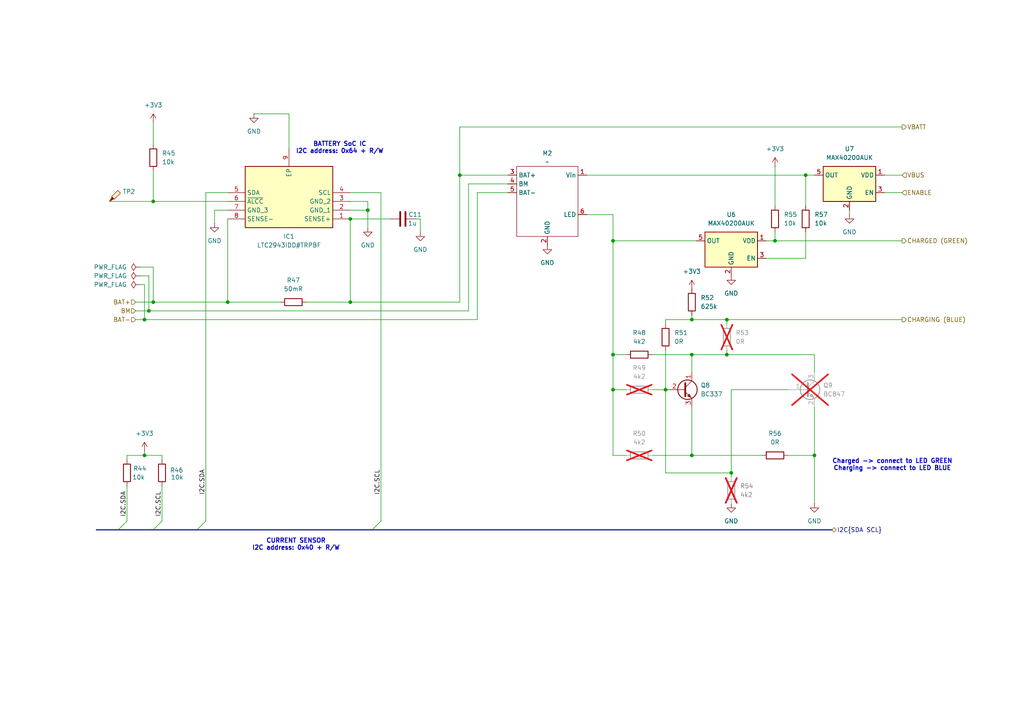
<source format=kicad_sch>
(kicad_sch (version 20250114) (generator "eeschema") (generator_version "9.99")
  (paper "A4")
  (title_block (title "Power Manager") (date "2024-12-15") (rev "1.0"))
  (lib_symbols
    (symbol "Analog_Switch:MAX40200AUK"
      (property "Reference" "U" (at -6.35 6.35 0))
      (property "Value" "MAX40200AUK" (at 7.62 6.35 0))
      (symbol "MAX40200AUK_1_1"
        (rectangle (start -7.62 -5.08) (end 7.62 5.08) (stroke (width 0.254)) (fill (type background)))
        (pin power_in line (at -10.16 2.54 0) (length 2.54) (name "VDD") (number "1"))
        (pin input line (at -10.16 -2.54 0) (length 2.54) (name "EN") (number "3"))
        (pin power_in line (at 0 -7.62 90) (length 2.54) (name "GND") (number "2"))
        (pin no_connect line (at 7.62 -2.54 180) (length 2.54) (hide yes) (name "NC") (number "4"))
        (pin passive line (at 10.16 2.54 180) (length 2.54) (name "OUT") (number "5"))
      )
    )
    (symbol "Connector:TestPoint_Probe" (pin_numbers (hide yes)) (pin_names (offset 0.762) (hide yes))
      (property "Reference" "TP" (at 1.651 5.842 0))
      (property "Value" "TestPoint_Probe" (at 1.651 4.064 0))
      (symbol "TestPoint_Probe_0_1"
        (polyline (pts (xy 1.27 0.762) (xy 0 0) (xy 0.762 1.27) (xy 1.27 0.762)) (fill (type outline)))
        (polyline (pts (xy 1.397 0.635) (xy 0.635 1.397) (xy 2.413 3.175) (xy 3.175 2.413) (xy 1.397 0.635)) (fill (type background)))
      )
      (symbol "TestPoint_Probe_1_1"
        (pin passive line (at 0 0 90) (length 0) (name "1") (number "1"))
      )
    )
    (symbol "Device:C" (pin_numbers (hide yes)) (pin_names (offset 0.254))
      (property "Reference" "C" (at 0.635 2.54 0))
      (property "Value" "C" (at 0.635 -2.54 0))
      (symbol "C_0_1"
        (polyline (pts (xy -2.032 0.762) (xy 2.032 0.762)) (stroke (width 0.508)))
        (polyline (pts (xy -2.032 -0.762) (xy 2.032 -0.762)) (stroke (width 0.508)))
      )
      (symbol "C_1_1"
        (pin passive line (at 0 3.81 270) (length 2.794) (name "~") (number "1"))
        (pin passive line (at 0 -3.81 90) (length 2.794) (name "~") (number "2"))
      )
    )
    (symbol "Device:R" (pin_numbers (hide yes)) (pin_names (offset 0))
      (property "Reference" "R" (at 2.032 0 90))
      (property "Value" "R" (at 0 0 90))
      (symbol "R_0_1"
        (rectangle (start -1.016 -2.54) (end 1.016 2.54) (stroke (width 0.254)))
      )
      (symbol "R_1_1"
        (pin passive line (at 0 3.81 270) (length 1.27) (name "~") (number "1"))
        (pin passive line (at 0 -3.81 90) (length 1.27) (name "~") (number "2"))
      )
    )
    (symbol "Transistor_BJT:BC337" (pin_names (offset 0) (hide yes))
      (property "Reference" "Q" (at 5.08 1.905 0))
      (property "Value" "BC337" (at 5.08 0 0))
      (symbol "BC337_0_1"
        (polyline (pts (xy 0 0) (xy 0.635 0)))
        (polyline (pts (xy 0.635 1.905) (xy 0.635 -1.905) (xy 0.635 -1.905)) (stroke (width 0.508)))
        (polyline (pts (xy 0.635 0.635) (xy 2.54 2.54)))
        (polyline (pts (xy 0.635 -0.635) (xy 2.54 -2.54) (xy 2.54 -2.54)))
        (circle (center 1.27 0) (radius 2.8194) (stroke (width 0.254)))
        (polyline (pts (xy 1.27 -1.778) (xy 1.778 -1.27) (xy 2.286 -2.286) (xy 1.27 -1.778) (xy 1.27 -1.778)) (fill (type outline)))
      )
      (symbol "BC337_1_1"
        (pin input line (at -5.08 0 0) (length 5.08) (name "B") (number "2"))
        (pin passive line (at 2.54 5.08 270) (length 2.54) (name "C") (number "1"))
        (pin passive line (at 2.54 -5.08 90) (length 2.54) (name "E") (number "3"))
      )
    )
    (symbol "Transistor_BJT:BC847" (pin_names (offset 0) (hide yes))
      (property "Reference" "Q" (at 5.08 1.905 0))
      (property "Value" "BC847" (at 5.08 0 0))
      (symbol "BC847_0_1"
        (polyline (pts (xy 0.635 1.905) (xy 0.635 -1.905) (xy 0.635 -1.905)) (stroke (width 0.508)))
        (polyline (pts (xy 0.635 0.635) (xy 2.54 2.54)))
        (polyline (pts (xy 0.635 -0.635) (xy 2.54 -2.54) (xy 2.54 -2.54)))
        (circle (center 1.27 0) (radius 2.8194) (stroke (width 0.254)))
        (polyline (pts (xy 1.27 -1.778) (xy 1.778 -1.27) (xy 2.286 -2.286) (xy 1.27 -1.778) (xy 1.27 -1.778)) (fill (type outline)))
      )
      (symbol "BC847_1_1"
        (pin input line (at -5.08 0 0) (length 5.715) (name "B") (number "1"))
        (pin passive line (at 2.54 5.08 270) (length 2.54) (name "C") (number "3"))
        (pin passive line (at 2.54 -5.08 90) (length 2.54) (name "E") (number "2"))
      )
    )
    (symbol "chinese_modules:USBC_charger"
      (property "Reference" "M" (at 0 0 0))
      (symbol "USBC_charger_0_1"
        (rectangle (start -8.89 10.16) (end 8.89 -10.16))
      )
      (symbol "USBC_charger_1_1"
        (pin power_in line (at -11.43 7.62 0) (length 2.54) (name "Vin") (number "1"))
        (pin output line (at -11.43 -3.81 0) (length 2.54) (name "LED") (number "6"))
        (pin power_in line (at 0 -12.7 90) (length 2.54) (name "GND") (number "2"))
        (pin power_in line (at 11.43 7.62 180) (length 2.54) (name "BAT+") (number "3"))
        (pin power_in line (at 11.43 5.08 180) (length 2.54) (name "BM") (number "4"))
        (pin power_in line (at 11.43 2.54 180) (length 2.54) (name "BAT-") (number "5"))
      )
    )
    (symbol "dodo-device:LTC2943IDD#TRPBF"
      (property "Reference" "IC" (at 13.97 13.97 0))
      (property "Value" "LTC2943IDD#TRPBF" (at 13.97 11.43 0))
      (symbol "LTC2943IDD#TRPBF_1_1"
        (rectangle (start -12.7 8.89) (end 12.7 -8.89) (stroke (width 0.254)) (fill (type background)))
        (pin passive line (at -17.78 6.35 0) (length 5.08) (name "SENSE+") (number "1"))
        (pin passive line (at -17.78 3.81 0) (length 5.08) (name "GND_1") (number "2"))
        (pin passive line (at -17.78 1.27 0) (length 5.08) (name "GND_2") (number "3"))
        (pin passive line (at -17.78 -1.27 0) (length 5.08) (name "SCL") (number "4"))
        (pin passive line (at 0 -13.97 90) (length 5.08) (name "EP") (number "9"))
        (pin passive line (at 17.78 6.35 180) (length 5.08) (name "SENSE-") (number "8"))
        (pin passive line (at 17.78 3.81 180) (length 5.08) (name "GND_3") (number "7"))
        (pin passive line (at 17.78 1.27 180) (length 5.08) (name "~{ALCC}") (number "6"))
        (pin passive line (at 17.78 -1.27 180) (length 5.08) (name "SDA") (number "5"))
      )
    )
    (symbol "power:+3V3" (power) (pin_numbers (hide yes)) (pin_names (offset 0) (hide yes))
      (property "Value" "+3V3" (at 0 3.556 0))
      (symbol "+3V3_0_1"
        (polyline (pts (xy -0.762 1.27) (xy 0 2.54)))
        (polyline (pts (xy 0 2.54) (xy 0.762 1.27)))
        (polyline (pts (xy 0 0) (xy 0 2.54)))
      )
      (symbol "+3V3_1_1"
        (pin power_in line (at 0 0 90) (length 0) (name "~") (number "1"))
      )
    )
    (symbol "power:GND" (power) (pin_numbers (hide yes)) (pin_names (offset 0) (hide yes))
      (property "Value" "GND" (at 0 -3.81 0))
      (symbol "GND_0_1"
        (polyline (pts (xy 0 0) (xy 0 -1.27) (xy 1.27 -1.27) (xy 0 -2.54) (xy -1.27 -1.27) (xy 0 -1.27)))
      )
      (symbol "GND_1_1"
        (pin power_in line (at 0 0 270) (length 0) (name "~") (number "1"))
      )
    )
    (symbol "power:PWR_FLAG" (power) (pin_numbers (hide yes)) (pin_names (offset 0) (hide yes))
      (property "Value" "PWR_FLAG" (at 0 3.81 0))
      (symbol "PWR_FLAG_0_0"
        (pin power_out line (at 0 0 90) (length 0) (name "~") (number "1"))
      )
      (symbol "PWR_FLAG_0_1"
        (polyline (pts (xy 0 0) (xy 0 1.27) (xy -1.016 1.905) (xy 0 2.54) (xy 1.016 1.905) (xy 0 1.27)))
      )
    )
  )
  (text "CURRENT SENSOR\nI2C address: 0x40 + R/W" (at 85.852 157.988 0) (effects (font (size 1.27 1.27) (thickness 0.254) (bold yes))))
  (text "BATTERY SoC IC\nI2C address: 0x64 + R/W" (at 98.552 42.926 0) (effects (font (size 1.27 1.27) (thickness 0.254) (bold yes))))
  (text "Charged -> connect to LED GREEN\nCharging -> connect to LED BLUE" (at 258.826 134.874 0) (effects (font (size 1.27 1.27) (thickness 0.254) (bold yes))))
  (junction (at 212.09 137.16))
  (junction (at 106.68 60.96))
  (junction (at 44.45 87.63))
  (junction (at 43.18 90.17))
  (junction (at 101.6 87.63))
  (junction (at 44.45 58.42))
  (junction (at 41.91 132.08))
  (junction (at 133.35 50.8))
  (junction (at 177.8 113.03))
  (junction (at 177.8 69.85))
  (junction (at 210.82 92.71))
  (junction (at 210.82 102.87))
  (junction (at 177.8 102.87))
  (junction (at 233.68 50.8))
  (junction (at 101.6 63.5))
  (junction (at 200.66 132.08))
  (junction (at 224.79 69.85))
  (junction (at 200.66 102.87))
  (junction (at 236.22 132.08))
  (junction (at 41.91 92.71))
  (junction (at 66.04 87.63))
  (junction (at 193.04 113.03))
  (junction (at 200.66 92.71))
  (bus_entry (at 46.99 151.13) (size -2.54 2.54))
  (bus_entry (at 107.95 153.67) (size 2.54 -2.54))
  (bus_entry (at 36.83 151.13) (size -2.54 2.54))
  (bus_entry (at 57.15 153.67) (size 2.54 -2.54))
  (wire (pts (xy 135.89 90.17) (xy 135.89 53.34)))
  (wire (pts (xy 101.6 58.42) (xy 106.68 58.42)))
  (wire (pts (xy 138.43 92.71) (xy 138.43 55.88)))
  (wire (pts (xy 39.37 90.17) (xy 43.18 90.17)))
  (wire (pts (xy 66.04 87.63) (xy 81.28 87.63)))
  (wire (pts (xy 222.25 69.85) (xy 224.79 69.85)))
  (wire (pts (xy 224.79 67.31) (xy 224.79 69.85)))
  (wire (pts (xy 110.49 55.88) (xy 110.49 151.13)))
  (wire (pts (xy 222.25 74.93) (xy 233.68 74.93)))
  (wire (pts (xy 177.8 62.23) (xy 177.8 69.85)))
  (wire (pts (xy 88.9 87.63) (xy 101.6 87.63)))
  (wire (pts (xy 233.68 74.93) (xy 233.68 67.31)))
  (wire (pts (xy 212.09 137.16) (xy 212.09 138.43)))
  (wire (pts (xy 181.61 113.03) (xy 177.8 113.03)))
  (wire (pts (xy 236.22 118.11) (xy 236.22 132.08)))
  (wire (pts (xy 106.68 60.96) (xy 106.68 66.04)))
  (wire (pts (xy 200.66 102.87) (xy 200.66 107.95)))
  (bus (pts (xy 27.94 153.67) (xy 34.29 153.67)))
  (wire (pts (xy 135.89 53.34) (xy 147.32 53.34)))
  (wire (pts (xy 41.91 132.08) (xy 46.99 132.08)))
  (bus (pts (xy 107.95 153.67) (xy 241.3 153.67)))
  (wire (pts (xy 83.82 33.02) (xy 83.82 43.18)))
  (wire (pts (xy 193.04 93.98) (xy 193.04 92.71)))
  (wire (pts (xy 200.66 102.87) (xy 210.82 102.87)))
  (wire (pts (xy 101.6 63.5) (xy 113.03 63.5)))
  (wire (pts (xy 44.45 49.53) (xy 44.45 58.42)))
  (wire (pts (xy 233.68 50.8) (xy 236.22 50.8)))
  (wire (pts (xy 36.83 133.35) (xy 36.83 132.08)))
  (wire (pts (xy 41.91 82.55) (xy 41.91 92.71)))
  (wire (pts (xy 177.8 102.87) (xy 181.61 102.87)))
  (wire (pts (xy 256.54 55.88) (xy 261.62 55.88)))
  (wire (pts (xy 66.04 55.88) (xy 59.69 55.88)))
  (wire (pts (xy 43.18 80.01) (xy 43.18 90.17)))
  (wire (pts (xy 200.66 91.44) (xy 200.66 92.71)))
  (wire (pts (xy 133.35 50.8) (xy 147.32 50.8)))
  (wire (pts (xy 46.99 132.08) (xy 46.99 133.35)))
  (wire (pts (xy 212.09 113.03) (xy 212.09 137.16)))
  (wire (pts (xy 177.8 69.85) (xy 201.93 69.85)))
  (wire (pts (xy 193.04 92.71) (xy 200.66 92.71)))
  (wire (pts (xy 193.04 113.03) (xy 193.04 137.16)))
  (wire (pts (xy 177.8 102.87) (xy 177.8 113.03)))
  (wire (pts (xy 170.18 50.8) (xy 233.68 50.8)))
  (wire (pts (xy 101.6 55.88) (xy 110.49 55.88)))
  (wire (pts (xy 39.37 87.63) (xy 44.45 87.63)))
  (wire (pts (xy 44.45 87.63) (xy 66.04 87.63)))
  (wire (pts (xy 101.6 60.96) (xy 106.68 60.96)))
  (wire (pts (xy 133.35 87.63) (xy 133.35 50.8)))
  (wire (pts (xy 43.18 90.17) (xy 135.89 90.17)))
  (wire (pts (xy 193.04 101.6) (xy 193.04 113.03)))
  (wire (pts (xy 233.68 59.69) (xy 233.68 50.8)))
  (wire (pts (xy 138.43 55.88) (xy 147.32 55.88)))
  (wire (pts (xy 36.83 140.97) (xy 36.83 151.13)))
  (wire (pts (xy 120.65 63.5) (xy 121.92 63.5)))
  (wire (pts (xy 66.04 60.96) (xy 62.23 60.96)))
  (wire (pts (xy 46.99 140.97) (xy 46.99 151.13)))
  (wire (pts (xy 40.64 77.47) (xy 44.45 77.47)))
  (wire (pts (xy 41.91 130.81) (xy 41.91 132.08)))
  (wire (pts (xy 189.23 102.87) (xy 200.66 102.87)))
  (wire (pts (xy 36.83 132.08) (xy 41.91 132.08)))
  (wire (pts (xy 101.6 63.5) (xy 101.6 87.63)))
  (wire (pts (xy 39.37 92.71) (xy 41.91 92.71)))
  (wire (pts (xy 59.69 55.88) (xy 59.69 151.13)))
  (wire (pts (xy 224.79 69.85) (xy 261.62 69.85)))
  (bus (pts (xy 57.15 153.67) (xy 107.95 153.67)))
  (wire (pts (xy 177.8 132.08) (xy 177.8 113.03)))
  (wire (pts (xy 40.64 82.55) (xy 41.91 82.55)))
  (wire (pts (xy 189.23 132.08) (xy 200.66 132.08)))
  (wire (pts (xy 44.45 58.42) (xy 66.04 58.42)))
  (wire (pts (xy 66.04 63.5) (xy 66.04 87.63)))
  (wire (pts (xy 44.45 77.47) (xy 44.45 87.63)))
  (wire (pts (xy 181.61 132.08) (xy 177.8 132.08)))
  (wire (pts (xy 73.66 33.02) (xy 83.82 33.02)))
  (wire (pts (xy 212.09 113.03) (xy 228.6 113.03)))
  (wire (pts (xy 236.22 102.87) (xy 236.22 107.95)))
  (bus (pts (xy 44.45 153.67) (xy 57.15 153.67)))
  (wire (pts (xy 236.22 132.08) (xy 236.22 146.05)))
  (wire (pts (xy 210.82 101.6) (xy 210.82 102.87)))
  (wire (pts (xy 224.79 48.26) (xy 224.79 59.69)))
  (wire (pts (xy 210.82 92.71) (xy 200.66 92.71)))
  (wire (pts (xy 40.64 80.01) (xy 43.18 80.01)))
  (wire (pts (xy 200.66 118.11) (xy 200.66 132.08)))
  (wire (pts (xy 189.23 113.03) (xy 193.04 113.03)))
  (wire (pts (xy 133.35 36.83) (xy 133.35 50.8)))
  (wire (pts (xy 133.35 36.83) (xy 261.62 36.83)))
  (wire (pts (xy 200.66 132.08) (xy 220.98 132.08)))
  (wire (pts (xy 256.54 50.8) (xy 261.62 50.8)))
  (wire (pts (xy 228.6 132.08) (xy 236.22 132.08)))
  (wire (pts (xy 210.82 102.87) (xy 236.22 102.87)))
  (wire (pts (xy 41.91 92.71) (xy 138.43 92.71)))
  (wire (pts (xy 193.04 137.16) (xy 212.09 137.16)))
  (wire (pts (xy 31.75 58.42) (xy 44.45 58.42)))
  (wire (pts (xy 62.23 60.96) (xy 62.23 64.77)))
  (wire (pts (xy 246.38 60.96) (xy 246.38 62.23)))
  (wire (pts (xy 177.8 69.85) (xy 177.8 102.87)))
  (wire (pts (xy 44.45 41.91) (xy 44.45 35.56)))
  (wire (pts (xy 210.82 93.98) (xy 210.82 92.71)))
  (wire (pts (xy 101.6 87.63) (xy 133.35 87.63)))
  (wire (pts (xy 177.8 62.23) (xy 170.18 62.23)))
  (wire (pts (xy 210.82 92.71) (xy 261.62 92.71)))
  (wire (pts (xy 106.68 58.42) (xy 106.68 60.96)))
  (bus (pts (xy 34.29 153.67) (xy 44.45 153.67)))
  (wire (pts (xy 121.92 63.5) (xy 121.92 67.31)))
  (label "I2C.SDA" (at 59.69 143.51 90))
  (label "I2C.SCL" (at 110.49 143.51 90))
  (label "I2C.SCL" (at 46.99 149.86 90))
  (label "I2C.SDA" (at 36.83 149.86 90))
  (hierarchical_label "BM" (shape input) (at 39.37 90.17 180))
  (hierarchical_label "CHARGING (BLUE)" (shape output) (at 261.62 92.71 0))
  (hierarchical_label "VBATT" (shape output) (at 261.62 36.83 0))
  (hierarchical_label "VBUS" (shape input) (at 261.62 50.8 0))
  (hierarchical_label "ENABLE" (shape input) (at 261.62 55.88 0))
  (hierarchical_label "CHARGED (GREEN)" (shape output) (at 261.62 69.85 0))
  (hierarchical_label "BAT+" (shape input) (at 39.37 87.63 180))
  (hierarchical_label "BAT-" (shape input) (at 39.37 92.71 180))
  (hierarchical_label "I2C{SDA SCL}" (shape bidirectional) (at 241.3 153.67 0))
  (symbol (lib_id "power:+3V3") (at 224.79 48.26 0) (unit 1)
    (property "Reference" "#PWR058" (hide yes))
    (property "Value" "+3V3" (at 224.79 43.18 0))
    (property "Description" "Power symbol creates a global label with name \"+3V3\"" (hide yes))
  )
  (symbol (lib_id "Device:R") (at 212.09 142.24 180) (unit 1) (dnp yes)
    (property "Reference" "R54" (at 214.63 140.9699 0) (effects (justify right)))
    (property "Value" "4k2" (at 214.63 143.5099 0) (effects (justify right)))
    (property "Footprint" "Resistor_SMD:R_0805_2012Metric_Pad1.20x1.40mm_HandSolder" (hide yes))
    (property "Description" "Resistor" (hide yes))
  )
  (symbol (lib_id "Device:C") (at 116.84 63.5 270) (unit 1)
    (property "Reference" "C11" (at 120.396 62.23 90))
    (property "Value" "1u" (at 119.634 64.77 90))
    (property "Footprint" "Capacitor_SMD:C_0805_2012Metric_Pad1.18x1.45mm_HandSolder" (hide yes))
    (property "Description" "Unpolarized capacitor" (hide yes))
  )
  (symbol (lib_id "Device:R") (at 85.09 87.63 90) (unit 1)
    (property "Reference" "R47" (at 85.09 81.28 90))
    (property "Value" "50mR" (at 85.09 83.82 90))
    (property "Footprint" "Resistor_SMD:R_2512_6332Metric_Pad1.40x3.35mm_HandSolder" (hide yes))
    (property "Description" "Resistor" (hide yes))
  )
  (symbol (lib_id "Device:R") (at 200.66 87.63 0) (unit 1)
    (property "Reference" "R52" (at 203.2 86.3599 0) (effects (justify left)))
    (property "Value" "625k" (at 203.2 88.8999 0) (effects (justify left)))
    (property "Footprint" "Resistor_SMD:R_0805_2012Metric_Pad1.20x1.40mm_HandSolder" (hide yes))
    (property "Description" "Resistor" (hide yes))
  )
  (symbol (lib_id "Device:R") (at 193.04 97.79 0) (unit 1)
    (property "Reference" "R51" (at 195.58 96.5199 0) (effects (justify left)))
    (property "Value" "0R" (at 195.58 99.0599 0) (effects (justify left)))
    (property "Footprint" "Resistor_SMD:R_0805_2012Metric_Pad1.20x1.40mm_HandSolder" (hide yes))
    (property "Description" "Resistor" (hide yes))
  )
  (symbol (lib_id "Device:R") (at 233.68 63.5 0) (unit 1)
    (property "Reference" "R57" (at 236.22 62.2299 0) (effects (justify left)))
    (property "Value" "10k" (at 236.22 64.7699 0) (effects (justify left)))
    (property "Footprint" "Resistor_SMD:R_0805_2012Metric_Pad1.20x1.40mm_HandSolder" (hide yes))
    (property "Description" "Resistor" (hide yes))
  )
  (symbol (lib_id "power:GND") (at 106.68 66.04 0) (unit 1)
    (property "Reference" "#PWR052" (hide yes))
    (property "Value" "GND" (at 106.68 71.12 0))
    (property "Description" "Power symbol creates a global label with name \"GND\" , ground" (hide yes))
  )
  (symbol (lib_id "Device:R") (at 46.99 137.16 0) (unit 1)
    (property "Reference" "R46" (at 49.276 136.398 0) (effects (justify left)))
    (property "Value" "10k" (at 49.53 138.4299 0) (effects (justify left)))
    (property "Footprint" "Resistor_SMD:R_0805_2012Metric_Pad1.20x1.40mm_HandSolder" (hide yes))
    (property "Description" "Resistor" (hide yes))
  )
  (symbol (lib_id "power:GND") (at 212.09 80.01 0) (unit 1)
    (property "Reference" "#PWR056" (hide yes))
    (property "Value" "GND" (at 212.09 85.09 0))
    (property "Description" "Power symbol creates a global label with name \"GND\" , ground" (hide yes))
  )
  (symbol (lib_id "power:GND") (at 212.09 146.05 0) (unit 1)
    (property "Reference" "#PWR057" (hide yes))
    (property "Value" "GND" (at 212.09 151.13 0))
    (property "Description" "Power symbol creates a global label with name \"GND\" , ground" (hide yes))
  )
  (symbol (lib_id "Device:R") (at 224.79 63.5 0) (unit 1)
    (property "Reference" "R55" (at 227.33 62.2299 0) (effects (justify left)))
    (property "Value" "10k" (at 227.33 64.7699 0) (effects (justify left)))
    (property "Footprint" "Resistor_SMD:R_0805_2012Metric_Pad1.20x1.40mm_HandSolder" (hide yes))
    (property "Description" "Resistor" (hide yes))
  )
  (symbol (lib_id "Device:R") (at 44.45 45.72 0) (unit 1)
    (property "Reference" "R45" (at 46.99 44.4499 0) (effects (justify left)))
    (property "Value" "10k" (at 46.99 46.9899 0) (effects (justify left)))
    (property "Footprint" "Resistor_SMD:R_0805_2012Metric_Pad1.20x1.40mm_HandSolder" (hide yes))
    (property "Description" "Resistor" (hide yes))
  )
  (symbol (lib_id "Device:R") (at 185.42 102.87 90) (unit 1)
    (property "Reference" "R48" (at 185.42 96.52 90))
    (property "Value" "4k2" (at 185.42 99.06 90))
    (property "Footprint" "Resistor_SMD:R_0805_2012Metric_Pad1.20x1.40mm_HandSolder" (hide yes))
    (property "Description" "Resistor" (hide yes))
  )
  (symbol (lib_id "Device:R") (at 224.79 132.08 270) (unit 1)
    (property "Reference" "R56" (at 224.79 125.73 90))
    (property "Value" "0R" (at 224.79 128.27 90))
    (property "Footprint" "Resistor_SMD:R_0805_2012Metric_Pad1.20x1.40mm_HandSolder" (hide yes))
    (property "Description" "Resistor" (hide yes))
  )
  (symbol (lib_id "Device:R") (at 185.42 113.03 90) (unit 1) (dnp yes)
    (property "Reference" "R49" (at 185.42 106.68 90))
    (property "Value" "4k2" (at 185.42 109.22 90))
    (property "Footprint" "Resistor_SMD:R_0805_2012Metric_Pad1.20x1.40mm_HandSolder" (hide yes))
    (property "Description" "Resistor" (hide yes))
  )
  (symbol (lib_id "power:GND") (at 246.38 62.23 0) (unit 1)
    (property "Reference" "#PWR060" (hide yes))
    (property "Value" "GND" (at 246.38 67.31 0))
    (property "Description" "Power symbol creates a global label with name \"GND\" , ground" (hide yes))
  )
  (symbol (lib_id "power:GND") (at 121.92 67.31 0) (unit 1)
    (property "Reference" "#PWR053" (hide yes))
    (property "Value" "GND" (at 121.92 72.39 0))
    (property "Description" "Power symbol creates a global label with name \"GND\" , ground" (hide yes))
  )
  (symbol (lib_id "Transistor_BJT:BC847") (at 233.68 113.03 0) (unit 1) (dnp yes)
    (property "Reference" "Q9" (at 238.76 111.7599 0) (effects (justify left)))
    (property "Value" "BC847" (at 238.76 114.2999 0) (effects (justify left)))
    (property "Footprint" "Package_TO_SOT_SMD:SOT-23" (hide yes))
    (property "Datasheet" "http://www.infineon.com/dgdl/Infineon-BC847SERIES_BC848SERIES_BC849SERIES_BC850SERIES-DS-v01_01-en.pdf?fileId=db3a304314dca389011541d4630a1657" (hide yes))
    (property "Description" "0.1A Ic, 45V Vce, NPN Transistor, SOT-23" (hide yes))
  )
  (symbol (lib_id "power:+3V3") (at 200.66 83.82 0) (unit 1)
    (property "Reference" "#PWR055" (hide yes))
    (property "Value" "+3V3" (at 200.66 78.74 0))
    (property "Description" "Power symbol creates a global label with name \"+3V3\"" (hide yes))
  )
  (symbol (lib_id "chinese_modules:USBC_charger") (at 158.75 58.42 0) (mirror y) (unit 1)
    (property "Reference" "M2" (at 158.75 44.45 0))
    (property "Value" "~" (at 158.75 46.99 0))
    (property "Footprint" "chinese_modules:USBC_charger" (hide yes))
  )
  (symbol (lib_id "dodo-device:LTC2943IDD#TRPBF") (at 83.82 57.15 180) (unit 1)
    (property "Reference" "IC1" (at 83.82 68.58 0))
    (property "Value" "LTC2943IDD#TRPBF" (at 83.82 71.12 0))
    (property "Footprint" "Package_DFN_QFN:DFN-8-1EP_3x3mm_P0.5mm_EP1.66x2.38mm" (hide yes))
    (property "Datasheet" "https://www.mouser.in/datasheet/2/609/2943fa-1271567.pdf" (hide yes))
    (property "Description" "Battery Management 20V Battery Gas Gauge with Voltage, Current & Temperature Measurement" (hide yes))
    (property "Height" "0.8" (hide yes))
    (property "Mouser Part Number" "584-LTC2943IDD#TRPBF" (hide yes))
    (property "Mouser Price/Stock" "https://www.mouser.co.uk/ProductDetail/Analog-Devices/LTC2943IDDTRPBF?qs=hVkxg5c3xu8j%252BJ6DK3jV8w%3D%3D" (hide yes))
    (property "Manufacturer_Name" "Analog Devices" (hide yes))
    (property "Manufacturer_Part_Number" "LTC2943IDD#TRPBF" (hide yes))
  )
  (symbol (lib_id "power:GND") (at 73.66 33.02 0) (unit 1)
    (property "Reference" "#PWR051" (hide yes))
    (property "Value" "GND" (at 73.66 38.1 0))
    (property "Description" "Power symbol creates a global label with name \"GND\" , ground" (hide yes))
  )
  (symbol (lib_id "Analog_Switch:MAX40200AUK") (at 246.38 53.34 0) (mirror y) (unit 1)
    (property "Reference" "U7" (at 246.38 43.18 0))
    (property "Value" "MAX40200AUK" (at 246.38 45.72 0))
    (property "Footprint" "Package_TO_SOT_SMD:SOT-23-5" (hide yes))
    (property "Datasheet" "https://datasheets.maximintegrated.com/en/ds/MAX40200.pdf" (hide yes))
    (property "Description" "Ideal Diode, Ultra-Low Voltage Drop, 1.5-5.5V, 1A, SOT-23-5" (hide yes))
  )
  (symbol (lib_id "power:GND") (at 62.23 64.77 0) (unit 1)
    (property "Reference" "#PWR050" (hide yes))
    (property "Value" "GND" (at 62.23 69.85 0))
    (property "Description" "Power symbol creates a global label with name \"GND\" , ground" (hide yes))
  )
  (symbol (lib_id "power:PWR_FLAG") (at 40.64 80.01 90) (unit 1)
    (property "Reference" "#FLG07" (hide yes))
    (property "Value" "PWR_FLAG" (at 36.83 80.0099 90) (effects (justify left)))
    (property "Description" "Special symbol for telling ERC where power comes from" (hide yes))
  )
  (symbol (lib_id "power:PWR_FLAG") (at 40.64 77.47 90) (unit 1)
    (property "Reference" "#FLG06" (hide yes))
    (property "Value" "PWR_FLAG" (at 36.83 77.4699 90) (effects (justify left)))
    (property "Description" "Special symbol for telling ERC where power comes from" (hide yes))
  )
  (symbol (lib_id "Transistor_BJT:BC337") (at 198.12 113.03 0) (unit 1)
    (property "Reference" "Q8" (at 203.2 111.7599 0) (effects (justify left)))
    (property "Value" "BC337" (at 203.2 114.2999 0) (effects (justify left)))
    (property "Footprint" "Package_TO_SOT_THT:TO-92_Inline" (hide yes))
    (property "Datasheet" "https://diotec.com/tl_files/diotec/files/pdf/datasheets/bc337.pdf" (hide yes))
    (property "Description" "0.8A Ic, 45V Vce, NPN Transistor, TO-92" (hide yes))
  )
  (symbol (lib_id "Device:R") (at 210.82 97.79 0) (unit 1) (dnp yes)
    (property "Reference" "R53" (at 213.36 96.5199 0) (effects (justify left)))
    (property "Value" "0R" (at 213.36 99.0599 0) (effects (justify left)))
    (property "Footprint" "Resistor_SMD:R_0805_2012Metric_Pad1.20x1.40mm_HandSolder" (hide yes))
    (property "Description" "Resistor" (hide yes))
  )
  (symbol (lib_id "power:PWR_FLAG") (at 40.64 82.55 90) (unit 1)
    (property "Reference" "#FLG08" (hide yes))
    (property "Value" "PWR_FLAG" (at 36.83 82.5499 90) (effects (justify left)))
    (property "Description" "Special symbol for telling ERC where power comes from" (hide yes))
  )
  (symbol (lib_id "Device:R") (at 185.42 132.08 90) (unit 1) (dnp yes)
    (property "Reference" "R50" (at 185.42 125.73 90))
    (property "Value" "4k2" (at 185.42 128.27 90))
    (property "Footprint" "Resistor_SMD:R_0805_2012Metric_Pad1.20x1.40mm_HandSolder" (hide yes))
    (property "Description" "Resistor" (hide yes))
  )
  (symbol (lib_id "power:+3V3") (at 44.45 35.56 0) (unit 1)
    (property "Reference" "#PWR049" (hide yes))
    (property "Value" "+3V3" (at 44.45 30.48 0))
    (property "Description" "Power symbol creates a global label with name \"+3V3\"" (hide yes))
  )
  (symbol (lib_id "power:GND") (at 158.75 71.12 0) (unit 1)
    (property "Reference" "#PWR054" (hide yes))
    (property "Value" "GND" (at 158.75 76.2 0))
    (property "Description" "Power symbol creates a global label with name \"GND\" , ground" (hide yes))
  )
  (symbol (lib_id "Connector:TestPoint_Probe") (at 31.75 58.42 0) (unit 1)
    (property "Reference" "TP2" (at 35.56 55.5624 0) (effects (justify left)))
    (property "Value" "TestPoint_Probe" (hide yes))
    (property "Footprint" "TestPoint:TestPoint_Pad_1.5x1.5mm" (hide yes))
    (property "Description" "test point (alternative probe-style design)" (hide yes))
  )
  (symbol (lib_id "Analog_Switch:MAX40200AUK") (at 212.09 72.39 0) (mirror y) (unit 1)
    (property "Reference" "U6" (at 212.09 62.23 0))
    (property "Value" "MAX40200AUK" (at 212.09 64.77 0))
    (property "Footprint" "Package_TO_SOT_SMD:SOT-23-5" (hide yes))
    (property "Datasheet" "https://datasheets.maximintegrated.com/en/ds/MAX40200.pdf" (hide yes))
    (property "Description" "Ideal Diode, Ultra-Low Voltage Drop, 1.5-5.5V, 1A, SOT-23-5" (hide yes))
  )
  (symbol (lib_id "Device:R") (at 36.83 137.16 0) (unit 1)
    (property "Reference" "R44" (at 38.608 135.89 0) (effects (justify left)))
    (property "Value" "10k" (at 38.354 138.43 0) (effects (justify left)))
    (property "Footprint" "Resistor_SMD:R_0805_2012Metric_Pad1.20x1.40mm_HandSolder" (hide yes))
    (property "Description" "Resistor" (hide yes))
  )
  (symbol (lib_id "power:+3V3") (at 41.91 130.81 0) (unit 1)
    (property "Reference" "#PWR048" (hide yes))
    (property "Value" "+3V3" (at 41.91 125.73 0))
    (property "Description" "Power symbol creates a global label with name \"+3V3\"" (hide yes))
  )
  (symbol (lib_id "power:GND") (at 236.22 146.05 0) (unit 1)
    (property "Reference" "#PWR059" (hide yes))
    (property "Value" "GND" (at 236.22 151.13 0))
    (property "Description" "Power symbol creates a global label with name \"GND\" , ground" (hide yes))
  )
)
</source>
